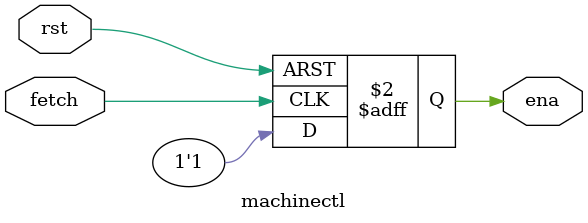
<source format=v>
module machinectl(ena,
                fetch,
                rst
                );

    input fetch;
    input rst;
    output ena;
    reg ena;

    always@(posedge fetch or posedge rst) begin
        if(rst)
            ena <= 0;
        else
            ena <= 1;
    end

endmodule

</source>
